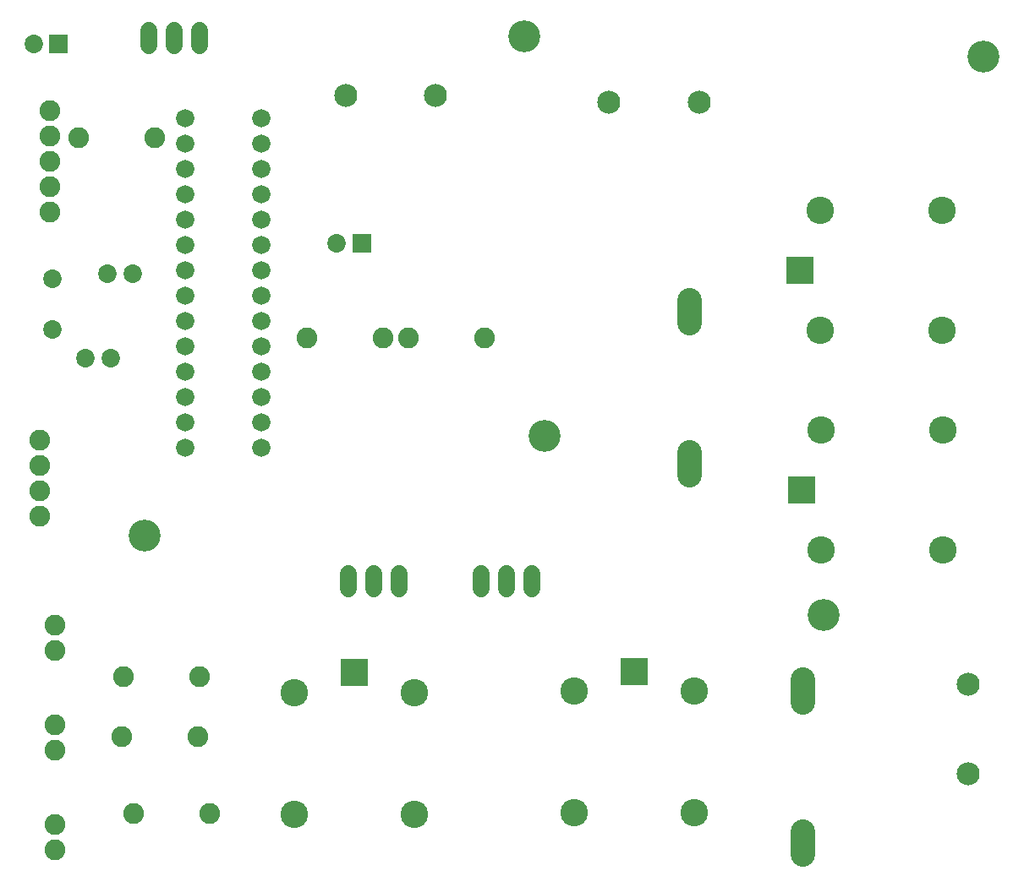
<source format=gbr>
G04 EAGLE Gerber RS-274X export*
G75*
%MOMM*%
%FSLAX34Y34*%
%LPD*%
%INSoldermask Bottom*%
%IPPOS*%
%AMOC8*
5,1,8,0,0,1.08239X$1,22.5*%
G01*
%ADD10C,3.203200*%
%ADD11C,2.082800*%
%ADD12R,1.854200X1.854200*%
%ADD13C,1.854200*%
%ADD14C,2.451100*%
%ADD15C,1.727200*%
%ADD16R,2.743200X2.743200*%
%ADD17C,2.743200*%
%ADD18C,2.303200*%
%ADD19C,1.828800*%


D10*
X980000Y840000D03*
X540000Y460000D03*
X140000Y360000D03*
X820000Y280000D03*
X520000Y860000D03*
D11*
X34800Y379600D03*
X34800Y405000D03*
X34800Y430400D03*
X34800Y455800D03*
D12*
X357200Y652800D03*
D13*
X332200Y652800D03*
D12*
X53700Y852800D03*
D13*
X28700Y852800D03*
X128300Y622100D03*
X102900Y622100D03*
X80900Y537900D03*
X106300Y537900D03*
D14*
X684700Y443540D02*
X684700Y421061D01*
X684700Y573461D02*
X684700Y595940D01*
X798500Y216040D02*
X798500Y193561D01*
X798500Y63640D02*
X798500Y41161D01*
D15*
X144100Y850580D02*
X144100Y865820D01*
X169500Y865820D02*
X169500Y850580D01*
X194900Y850580D02*
X194900Y865820D01*
D16*
X796100Y625750D03*
D17*
X816100Y565750D03*
X938100Y565750D03*
X938100Y685750D03*
X816100Y685750D03*
D16*
X797400Y405750D03*
D17*
X817400Y345750D03*
X939400Y345750D03*
X939400Y465750D03*
X817400Y465750D03*
D16*
X629850Y223900D03*
D17*
X569850Y203900D03*
X569850Y81900D03*
X689850Y81900D03*
X689850Y203900D03*
D16*
X349850Y222600D03*
D17*
X289850Y202600D03*
X289850Y80600D03*
X409850Y80600D03*
X409850Y202600D03*
D18*
X604800Y794200D03*
X694800Y794200D03*
X964100Y211100D03*
X964100Y121100D03*
X431100Y801000D03*
X341100Y801000D03*
D11*
X45200Y786100D03*
X45200Y760700D03*
X45200Y735300D03*
X45200Y709900D03*
X45200Y684500D03*
D15*
X344100Y322020D02*
X344100Y306780D01*
X369500Y306780D02*
X369500Y322020D01*
X394900Y322020D02*
X394900Y306780D01*
X477100Y306780D02*
X477100Y322020D01*
X502500Y322020D02*
X502500Y306780D01*
X527900Y306780D02*
X527900Y322020D01*
D11*
X149900Y758300D03*
X73700Y758300D03*
X128500Y81700D03*
X204700Y81700D03*
X193100Y158300D03*
X116900Y158300D03*
X194700Y218300D03*
X118500Y218300D03*
X404100Y557900D03*
X480300Y557900D03*
X302500Y557900D03*
X378700Y557900D03*
D19*
X180400Y778500D03*
X180400Y753100D03*
X180400Y727700D03*
X180400Y702300D03*
X180400Y676900D03*
X180400Y651500D03*
X180400Y626100D03*
X180400Y600700D03*
X180400Y575300D03*
X180400Y549900D03*
X180400Y524500D03*
X180400Y499100D03*
X180400Y473700D03*
X180400Y448300D03*
X256600Y448300D03*
X256600Y473700D03*
X256600Y499100D03*
X256600Y524500D03*
X256600Y549900D03*
X256600Y575300D03*
X256600Y600700D03*
X256600Y626100D03*
X256600Y651500D03*
X256600Y676900D03*
X256600Y702300D03*
X256600Y727700D03*
X256600Y753100D03*
X256600Y778500D03*
D13*
X47200Y566900D03*
X47200Y617700D03*
D11*
X50000Y70000D03*
X50000Y44600D03*
X50000Y170000D03*
X50000Y144600D03*
X50000Y270000D03*
X50000Y244600D03*
M02*

</source>
